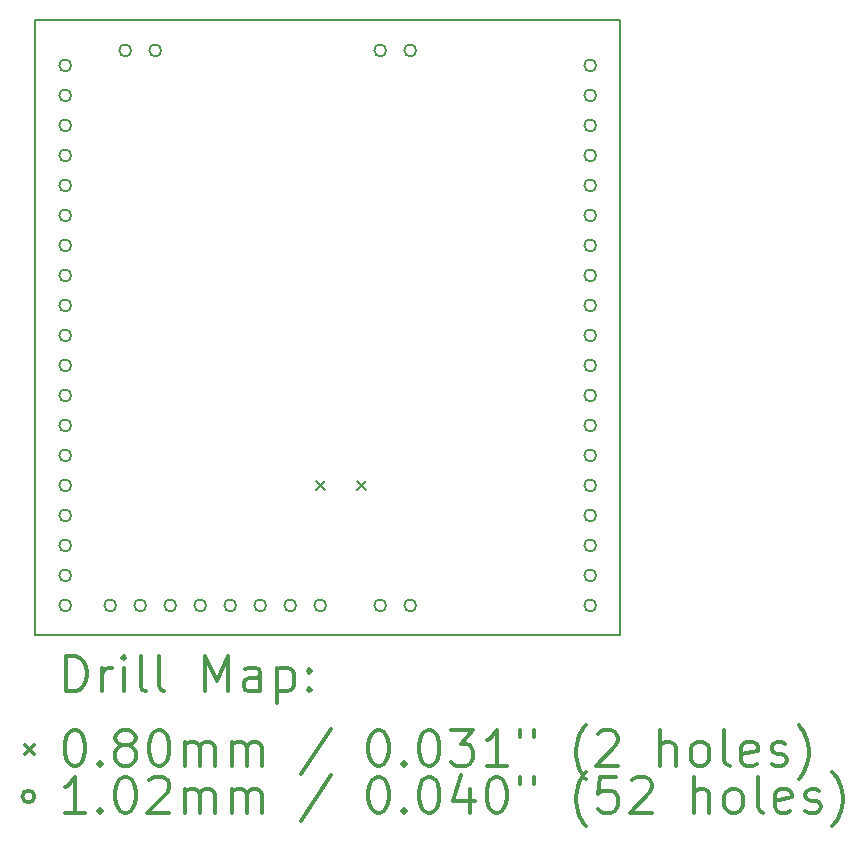
<source format=gbr>
%FSLAX45Y45*%
G04 Gerber Fmt 4.5, Leading zero omitted, Abs format (unit mm)*
G04 Created by KiCad (PCBNEW 4.0.3+e1-6302~38~ubuntu16.04.1-stable) date Fri Aug 26 17:17:48 2016*
%MOMM*%
%LPD*%
G01*
G04 APERTURE LIST*
%ADD10C,0.127000*%
%ADD11C,0.150000*%
%ADD12C,0.200000*%
%ADD13C,0.300000*%
G04 APERTURE END LIST*
D10*
D11*
X10795000Y-8509000D02*
X5842000Y-8509000D01*
X10795000Y-13716000D02*
X10795000Y-8509000D01*
X5842000Y-13716000D02*
X10795000Y-13716000D01*
X5842000Y-8509000D02*
X5842000Y-13716000D01*
D12*
X8215000Y-12406000D02*
X8295000Y-12486000D01*
X8295000Y-12406000D02*
X8215000Y-12486000D01*
X8565000Y-12406000D02*
X8645000Y-12486000D01*
X8645000Y-12406000D02*
X8565000Y-12486000D01*
X6146800Y-8890000D02*
G75*
G03X6146800Y-8890000I-50800J0D01*
G01*
X6146800Y-9144000D02*
G75*
G03X6146800Y-9144000I-50800J0D01*
G01*
X6146800Y-9398000D02*
G75*
G03X6146800Y-9398000I-50800J0D01*
G01*
X6146800Y-9652000D02*
G75*
G03X6146800Y-9652000I-50800J0D01*
G01*
X6146800Y-9906000D02*
G75*
G03X6146800Y-9906000I-50800J0D01*
G01*
X6146800Y-10160000D02*
G75*
G03X6146800Y-10160000I-50800J0D01*
G01*
X6146800Y-10414000D02*
G75*
G03X6146800Y-10414000I-50800J0D01*
G01*
X6146800Y-10668000D02*
G75*
G03X6146800Y-10668000I-50800J0D01*
G01*
X6146800Y-10922000D02*
G75*
G03X6146800Y-10922000I-50800J0D01*
G01*
X6146800Y-11176000D02*
G75*
G03X6146800Y-11176000I-50800J0D01*
G01*
X6146800Y-11430000D02*
G75*
G03X6146800Y-11430000I-50800J0D01*
G01*
X6146800Y-11684000D02*
G75*
G03X6146800Y-11684000I-50800J0D01*
G01*
X6146800Y-11938000D02*
G75*
G03X6146800Y-11938000I-50800J0D01*
G01*
X6146800Y-12192000D02*
G75*
G03X6146800Y-12192000I-50800J0D01*
G01*
X6146800Y-12446000D02*
G75*
G03X6146800Y-12446000I-50800J0D01*
G01*
X6146800Y-12700000D02*
G75*
G03X6146800Y-12700000I-50800J0D01*
G01*
X6146800Y-12954000D02*
G75*
G03X6146800Y-12954000I-50800J0D01*
G01*
X6146800Y-13208000D02*
G75*
G03X6146800Y-13208000I-50800J0D01*
G01*
X6146800Y-13462000D02*
G75*
G03X6146800Y-13462000I-50800J0D01*
G01*
X6527800Y-13462000D02*
G75*
G03X6527800Y-13462000I-50800J0D01*
G01*
X6654800Y-8763000D02*
G75*
G03X6654800Y-8763000I-50800J0D01*
G01*
X6781800Y-13462000D02*
G75*
G03X6781800Y-13462000I-50800J0D01*
G01*
X6908800Y-8763000D02*
G75*
G03X6908800Y-8763000I-50800J0D01*
G01*
X7035800Y-13462000D02*
G75*
G03X7035800Y-13462000I-50800J0D01*
G01*
X7289800Y-13462000D02*
G75*
G03X7289800Y-13462000I-50800J0D01*
G01*
X7543800Y-13462000D02*
G75*
G03X7543800Y-13462000I-50800J0D01*
G01*
X7797800Y-13462000D02*
G75*
G03X7797800Y-13462000I-50800J0D01*
G01*
X8051800Y-13462000D02*
G75*
G03X8051800Y-13462000I-50800J0D01*
G01*
X8305800Y-13462000D02*
G75*
G03X8305800Y-13462000I-50800J0D01*
G01*
X8813800Y-8763000D02*
G75*
G03X8813800Y-8763000I-50800J0D01*
G01*
X8813800Y-13462000D02*
G75*
G03X8813800Y-13462000I-50800J0D01*
G01*
X9067800Y-8763000D02*
G75*
G03X9067800Y-8763000I-50800J0D01*
G01*
X9067800Y-13462000D02*
G75*
G03X9067800Y-13462000I-50800J0D01*
G01*
X10591800Y-8890000D02*
G75*
G03X10591800Y-8890000I-50800J0D01*
G01*
X10591800Y-9144000D02*
G75*
G03X10591800Y-9144000I-50800J0D01*
G01*
X10591800Y-9398000D02*
G75*
G03X10591800Y-9398000I-50800J0D01*
G01*
X10591800Y-9652000D02*
G75*
G03X10591800Y-9652000I-50800J0D01*
G01*
X10591800Y-9906000D02*
G75*
G03X10591800Y-9906000I-50800J0D01*
G01*
X10591800Y-10160000D02*
G75*
G03X10591800Y-10160000I-50800J0D01*
G01*
X10591800Y-10414000D02*
G75*
G03X10591800Y-10414000I-50800J0D01*
G01*
X10591800Y-10668000D02*
G75*
G03X10591800Y-10668000I-50800J0D01*
G01*
X10591800Y-10922000D02*
G75*
G03X10591800Y-10922000I-50800J0D01*
G01*
X10591800Y-11176000D02*
G75*
G03X10591800Y-11176000I-50800J0D01*
G01*
X10591800Y-11430000D02*
G75*
G03X10591800Y-11430000I-50800J0D01*
G01*
X10591800Y-11684000D02*
G75*
G03X10591800Y-11684000I-50800J0D01*
G01*
X10591800Y-11938000D02*
G75*
G03X10591800Y-11938000I-50800J0D01*
G01*
X10591800Y-12192000D02*
G75*
G03X10591800Y-12192000I-50800J0D01*
G01*
X10591800Y-12446000D02*
G75*
G03X10591800Y-12446000I-50800J0D01*
G01*
X10591800Y-12700000D02*
G75*
G03X10591800Y-12700000I-50800J0D01*
G01*
X10591800Y-12954000D02*
G75*
G03X10591800Y-12954000I-50800J0D01*
G01*
X10591800Y-13208000D02*
G75*
G03X10591800Y-13208000I-50800J0D01*
G01*
X10591800Y-13462000D02*
G75*
G03X10591800Y-13462000I-50800J0D01*
G01*
D13*
X6105928Y-14189214D02*
X6105928Y-13889214D01*
X6177357Y-13889214D01*
X6220214Y-13903500D01*
X6248786Y-13932071D01*
X6263071Y-13960643D01*
X6277357Y-14017786D01*
X6277357Y-14060643D01*
X6263071Y-14117786D01*
X6248786Y-14146357D01*
X6220214Y-14174929D01*
X6177357Y-14189214D01*
X6105928Y-14189214D01*
X6405928Y-14189214D02*
X6405928Y-13989214D01*
X6405928Y-14046357D02*
X6420214Y-14017786D01*
X6434500Y-14003500D01*
X6463071Y-13989214D01*
X6491643Y-13989214D01*
X6591643Y-14189214D02*
X6591643Y-13989214D01*
X6591643Y-13889214D02*
X6577357Y-13903500D01*
X6591643Y-13917786D01*
X6605928Y-13903500D01*
X6591643Y-13889214D01*
X6591643Y-13917786D01*
X6777357Y-14189214D02*
X6748786Y-14174929D01*
X6734500Y-14146357D01*
X6734500Y-13889214D01*
X6934500Y-14189214D02*
X6905928Y-14174929D01*
X6891643Y-14146357D01*
X6891643Y-13889214D01*
X7277357Y-14189214D02*
X7277357Y-13889214D01*
X7377357Y-14103500D01*
X7477357Y-13889214D01*
X7477357Y-14189214D01*
X7748786Y-14189214D02*
X7748786Y-14032071D01*
X7734500Y-14003500D01*
X7705928Y-13989214D01*
X7648786Y-13989214D01*
X7620214Y-14003500D01*
X7748786Y-14174929D02*
X7720214Y-14189214D01*
X7648786Y-14189214D01*
X7620214Y-14174929D01*
X7605928Y-14146357D01*
X7605928Y-14117786D01*
X7620214Y-14089214D01*
X7648786Y-14074929D01*
X7720214Y-14074929D01*
X7748786Y-14060643D01*
X7891643Y-13989214D02*
X7891643Y-14289214D01*
X7891643Y-14003500D02*
X7920214Y-13989214D01*
X7977357Y-13989214D01*
X8005928Y-14003500D01*
X8020214Y-14017786D01*
X8034500Y-14046357D01*
X8034500Y-14132071D01*
X8020214Y-14160643D01*
X8005928Y-14174929D01*
X7977357Y-14189214D01*
X7920214Y-14189214D01*
X7891643Y-14174929D01*
X8163071Y-14160643D02*
X8177357Y-14174929D01*
X8163071Y-14189214D01*
X8148786Y-14174929D01*
X8163071Y-14160643D01*
X8163071Y-14189214D01*
X8163071Y-14003500D02*
X8177357Y-14017786D01*
X8163071Y-14032071D01*
X8148786Y-14017786D01*
X8163071Y-14003500D01*
X8163071Y-14032071D01*
X5754500Y-14643500D02*
X5834500Y-14723500D01*
X5834500Y-14643500D02*
X5754500Y-14723500D01*
X6163071Y-14519214D02*
X6191643Y-14519214D01*
X6220214Y-14533500D01*
X6234500Y-14547786D01*
X6248786Y-14576357D01*
X6263071Y-14633500D01*
X6263071Y-14704929D01*
X6248786Y-14762071D01*
X6234500Y-14790643D01*
X6220214Y-14804929D01*
X6191643Y-14819214D01*
X6163071Y-14819214D01*
X6134500Y-14804929D01*
X6120214Y-14790643D01*
X6105928Y-14762071D01*
X6091643Y-14704929D01*
X6091643Y-14633500D01*
X6105928Y-14576357D01*
X6120214Y-14547786D01*
X6134500Y-14533500D01*
X6163071Y-14519214D01*
X6391643Y-14790643D02*
X6405928Y-14804929D01*
X6391643Y-14819214D01*
X6377357Y-14804929D01*
X6391643Y-14790643D01*
X6391643Y-14819214D01*
X6577357Y-14647786D02*
X6548786Y-14633500D01*
X6534500Y-14619214D01*
X6520214Y-14590643D01*
X6520214Y-14576357D01*
X6534500Y-14547786D01*
X6548786Y-14533500D01*
X6577357Y-14519214D01*
X6634500Y-14519214D01*
X6663071Y-14533500D01*
X6677357Y-14547786D01*
X6691643Y-14576357D01*
X6691643Y-14590643D01*
X6677357Y-14619214D01*
X6663071Y-14633500D01*
X6634500Y-14647786D01*
X6577357Y-14647786D01*
X6548786Y-14662071D01*
X6534500Y-14676357D01*
X6520214Y-14704929D01*
X6520214Y-14762071D01*
X6534500Y-14790643D01*
X6548786Y-14804929D01*
X6577357Y-14819214D01*
X6634500Y-14819214D01*
X6663071Y-14804929D01*
X6677357Y-14790643D01*
X6691643Y-14762071D01*
X6691643Y-14704929D01*
X6677357Y-14676357D01*
X6663071Y-14662071D01*
X6634500Y-14647786D01*
X6877357Y-14519214D02*
X6905928Y-14519214D01*
X6934500Y-14533500D01*
X6948786Y-14547786D01*
X6963071Y-14576357D01*
X6977357Y-14633500D01*
X6977357Y-14704929D01*
X6963071Y-14762071D01*
X6948786Y-14790643D01*
X6934500Y-14804929D01*
X6905928Y-14819214D01*
X6877357Y-14819214D01*
X6848786Y-14804929D01*
X6834500Y-14790643D01*
X6820214Y-14762071D01*
X6805928Y-14704929D01*
X6805928Y-14633500D01*
X6820214Y-14576357D01*
X6834500Y-14547786D01*
X6848786Y-14533500D01*
X6877357Y-14519214D01*
X7105928Y-14819214D02*
X7105928Y-14619214D01*
X7105928Y-14647786D02*
X7120214Y-14633500D01*
X7148786Y-14619214D01*
X7191643Y-14619214D01*
X7220214Y-14633500D01*
X7234500Y-14662071D01*
X7234500Y-14819214D01*
X7234500Y-14662071D02*
X7248786Y-14633500D01*
X7277357Y-14619214D01*
X7320214Y-14619214D01*
X7348786Y-14633500D01*
X7363071Y-14662071D01*
X7363071Y-14819214D01*
X7505928Y-14819214D02*
X7505928Y-14619214D01*
X7505928Y-14647786D02*
X7520214Y-14633500D01*
X7548786Y-14619214D01*
X7591643Y-14619214D01*
X7620214Y-14633500D01*
X7634500Y-14662071D01*
X7634500Y-14819214D01*
X7634500Y-14662071D02*
X7648786Y-14633500D01*
X7677357Y-14619214D01*
X7720214Y-14619214D01*
X7748786Y-14633500D01*
X7763071Y-14662071D01*
X7763071Y-14819214D01*
X8348786Y-14504929D02*
X8091643Y-14890643D01*
X8734500Y-14519214D02*
X8763071Y-14519214D01*
X8791643Y-14533500D01*
X8805928Y-14547786D01*
X8820214Y-14576357D01*
X8834500Y-14633500D01*
X8834500Y-14704929D01*
X8820214Y-14762071D01*
X8805928Y-14790643D01*
X8791643Y-14804929D01*
X8763071Y-14819214D01*
X8734500Y-14819214D01*
X8705928Y-14804929D01*
X8691643Y-14790643D01*
X8677357Y-14762071D01*
X8663071Y-14704929D01*
X8663071Y-14633500D01*
X8677357Y-14576357D01*
X8691643Y-14547786D01*
X8705928Y-14533500D01*
X8734500Y-14519214D01*
X8963071Y-14790643D02*
X8977357Y-14804929D01*
X8963071Y-14819214D01*
X8948786Y-14804929D01*
X8963071Y-14790643D01*
X8963071Y-14819214D01*
X9163071Y-14519214D02*
X9191643Y-14519214D01*
X9220214Y-14533500D01*
X9234500Y-14547786D01*
X9248786Y-14576357D01*
X9263071Y-14633500D01*
X9263071Y-14704929D01*
X9248786Y-14762071D01*
X9234500Y-14790643D01*
X9220214Y-14804929D01*
X9191643Y-14819214D01*
X9163071Y-14819214D01*
X9134500Y-14804929D01*
X9120214Y-14790643D01*
X9105928Y-14762071D01*
X9091643Y-14704929D01*
X9091643Y-14633500D01*
X9105928Y-14576357D01*
X9120214Y-14547786D01*
X9134500Y-14533500D01*
X9163071Y-14519214D01*
X9363071Y-14519214D02*
X9548786Y-14519214D01*
X9448786Y-14633500D01*
X9491643Y-14633500D01*
X9520214Y-14647786D01*
X9534500Y-14662071D01*
X9548786Y-14690643D01*
X9548786Y-14762071D01*
X9534500Y-14790643D01*
X9520214Y-14804929D01*
X9491643Y-14819214D01*
X9405928Y-14819214D01*
X9377357Y-14804929D01*
X9363071Y-14790643D01*
X9834500Y-14819214D02*
X9663071Y-14819214D01*
X9748786Y-14819214D02*
X9748786Y-14519214D01*
X9720214Y-14562071D01*
X9691643Y-14590643D01*
X9663071Y-14604929D01*
X9948786Y-14519214D02*
X9948786Y-14576357D01*
X10063071Y-14519214D02*
X10063071Y-14576357D01*
X10505928Y-14933500D02*
X10491643Y-14919214D01*
X10463071Y-14876357D01*
X10448786Y-14847786D01*
X10434500Y-14804929D01*
X10420214Y-14733500D01*
X10420214Y-14676357D01*
X10434500Y-14604929D01*
X10448786Y-14562071D01*
X10463071Y-14533500D01*
X10491643Y-14490643D01*
X10505928Y-14476357D01*
X10605928Y-14547786D02*
X10620214Y-14533500D01*
X10648786Y-14519214D01*
X10720214Y-14519214D01*
X10748786Y-14533500D01*
X10763071Y-14547786D01*
X10777357Y-14576357D01*
X10777357Y-14604929D01*
X10763071Y-14647786D01*
X10591643Y-14819214D01*
X10777357Y-14819214D01*
X11134500Y-14819214D02*
X11134500Y-14519214D01*
X11263071Y-14819214D02*
X11263071Y-14662071D01*
X11248785Y-14633500D01*
X11220214Y-14619214D01*
X11177357Y-14619214D01*
X11148786Y-14633500D01*
X11134500Y-14647786D01*
X11448785Y-14819214D02*
X11420214Y-14804929D01*
X11405928Y-14790643D01*
X11391643Y-14762071D01*
X11391643Y-14676357D01*
X11405928Y-14647786D01*
X11420214Y-14633500D01*
X11448785Y-14619214D01*
X11491643Y-14619214D01*
X11520214Y-14633500D01*
X11534500Y-14647786D01*
X11548785Y-14676357D01*
X11548785Y-14762071D01*
X11534500Y-14790643D01*
X11520214Y-14804929D01*
X11491643Y-14819214D01*
X11448785Y-14819214D01*
X11720214Y-14819214D02*
X11691643Y-14804929D01*
X11677357Y-14776357D01*
X11677357Y-14519214D01*
X11948786Y-14804929D02*
X11920214Y-14819214D01*
X11863071Y-14819214D01*
X11834500Y-14804929D01*
X11820214Y-14776357D01*
X11820214Y-14662071D01*
X11834500Y-14633500D01*
X11863071Y-14619214D01*
X11920214Y-14619214D01*
X11948786Y-14633500D01*
X11963071Y-14662071D01*
X11963071Y-14690643D01*
X11820214Y-14719214D01*
X12077357Y-14804929D02*
X12105928Y-14819214D01*
X12163071Y-14819214D01*
X12191643Y-14804929D01*
X12205928Y-14776357D01*
X12205928Y-14762071D01*
X12191643Y-14733500D01*
X12163071Y-14719214D01*
X12120214Y-14719214D01*
X12091643Y-14704929D01*
X12077357Y-14676357D01*
X12077357Y-14662071D01*
X12091643Y-14633500D01*
X12120214Y-14619214D01*
X12163071Y-14619214D01*
X12191643Y-14633500D01*
X12305928Y-14933500D02*
X12320214Y-14919214D01*
X12348786Y-14876357D01*
X12363071Y-14847786D01*
X12377357Y-14804929D01*
X12391643Y-14733500D01*
X12391643Y-14676357D01*
X12377357Y-14604929D01*
X12363071Y-14562071D01*
X12348786Y-14533500D01*
X12320214Y-14490643D01*
X12305928Y-14476357D01*
X5834500Y-15079500D02*
G75*
G03X5834500Y-15079500I-50800J0D01*
G01*
X6263071Y-15215214D02*
X6091643Y-15215214D01*
X6177357Y-15215214D02*
X6177357Y-14915214D01*
X6148786Y-14958071D01*
X6120214Y-14986643D01*
X6091643Y-15000929D01*
X6391643Y-15186643D02*
X6405928Y-15200929D01*
X6391643Y-15215214D01*
X6377357Y-15200929D01*
X6391643Y-15186643D01*
X6391643Y-15215214D01*
X6591643Y-14915214D02*
X6620214Y-14915214D01*
X6648786Y-14929500D01*
X6663071Y-14943786D01*
X6677357Y-14972357D01*
X6691643Y-15029500D01*
X6691643Y-15100929D01*
X6677357Y-15158071D01*
X6663071Y-15186643D01*
X6648786Y-15200929D01*
X6620214Y-15215214D01*
X6591643Y-15215214D01*
X6563071Y-15200929D01*
X6548786Y-15186643D01*
X6534500Y-15158071D01*
X6520214Y-15100929D01*
X6520214Y-15029500D01*
X6534500Y-14972357D01*
X6548786Y-14943786D01*
X6563071Y-14929500D01*
X6591643Y-14915214D01*
X6805928Y-14943786D02*
X6820214Y-14929500D01*
X6848786Y-14915214D01*
X6920214Y-14915214D01*
X6948786Y-14929500D01*
X6963071Y-14943786D01*
X6977357Y-14972357D01*
X6977357Y-15000929D01*
X6963071Y-15043786D01*
X6791643Y-15215214D01*
X6977357Y-15215214D01*
X7105928Y-15215214D02*
X7105928Y-15015214D01*
X7105928Y-15043786D02*
X7120214Y-15029500D01*
X7148786Y-15015214D01*
X7191643Y-15015214D01*
X7220214Y-15029500D01*
X7234500Y-15058071D01*
X7234500Y-15215214D01*
X7234500Y-15058071D02*
X7248786Y-15029500D01*
X7277357Y-15015214D01*
X7320214Y-15015214D01*
X7348786Y-15029500D01*
X7363071Y-15058071D01*
X7363071Y-15215214D01*
X7505928Y-15215214D02*
X7505928Y-15015214D01*
X7505928Y-15043786D02*
X7520214Y-15029500D01*
X7548786Y-15015214D01*
X7591643Y-15015214D01*
X7620214Y-15029500D01*
X7634500Y-15058071D01*
X7634500Y-15215214D01*
X7634500Y-15058071D02*
X7648786Y-15029500D01*
X7677357Y-15015214D01*
X7720214Y-15015214D01*
X7748786Y-15029500D01*
X7763071Y-15058071D01*
X7763071Y-15215214D01*
X8348786Y-14900929D02*
X8091643Y-15286643D01*
X8734500Y-14915214D02*
X8763071Y-14915214D01*
X8791643Y-14929500D01*
X8805928Y-14943786D01*
X8820214Y-14972357D01*
X8834500Y-15029500D01*
X8834500Y-15100929D01*
X8820214Y-15158071D01*
X8805928Y-15186643D01*
X8791643Y-15200929D01*
X8763071Y-15215214D01*
X8734500Y-15215214D01*
X8705928Y-15200929D01*
X8691643Y-15186643D01*
X8677357Y-15158071D01*
X8663071Y-15100929D01*
X8663071Y-15029500D01*
X8677357Y-14972357D01*
X8691643Y-14943786D01*
X8705928Y-14929500D01*
X8734500Y-14915214D01*
X8963071Y-15186643D02*
X8977357Y-15200929D01*
X8963071Y-15215214D01*
X8948786Y-15200929D01*
X8963071Y-15186643D01*
X8963071Y-15215214D01*
X9163071Y-14915214D02*
X9191643Y-14915214D01*
X9220214Y-14929500D01*
X9234500Y-14943786D01*
X9248786Y-14972357D01*
X9263071Y-15029500D01*
X9263071Y-15100929D01*
X9248786Y-15158071D01*
X9234500Y-15186643D01*
X9220214Y-15200929D01*
X9191643Y-15215214D01*
X9163071Y-15215214D01*
X9134500Y-15200929D01*
X9120214Y-15186643D01*
X9105928Y-15158071D01*
X9091643Y-15100929D01*
X9091643Y-15029500D01*
X9105928Y-14972357D01*
X9120214Y-14943786D01*
X9134500Y-14929500D01*
X9163071Y-14915214D01*
X9520214Y-15015214D02*
X9520214Y-15215214D01*
X9448786Y-14900929D02*
X9377357Y-15115214D01*
X9563071Y-15115214D01*
X9734500Y-14915214D02*
X9763071Y-14915214D01*
X9791643Y-14929500D01*
X9805928Y-14943786D01*
X9820214Y-14972357D01*
X9834500Y-15029500D01*
X9834500Y-15100929D01*
X9820214Y-15158071D01*
X9805928Y-15186643D01*
X9791643Y-15200929D01*
X9763071Y-15215214D01*
X9734500Y-15215214D01*
X9705928Y-15200929D01*
X9691643Y-15186643D01*
X9677357Y-15158071D01*
X9663071Y-15100929D01*
X9663071Y-15029500D01*
X9677357Y-14972357D01*
X9691643Y-14943786D01*
X9705928Y-14929500D01*
X9734500Y-14915214D01*
X9948786Y-14915214D02*
X9948786Y-14972357D01*
X10063071Y-14915214D02*
X10063071Y-14972357D01*
X10505928Y-15329500D02*
X10491643Y-15315214D01*
X10463071Y-15272357D01*
X10448786Y-15243786D01*
X10434500Y-15200929D01*
X10420214Y-15129500D01*
X10420214Y-15072357D01*
X10434500Y-15000929D01*
X10448786Y-14958071D01*
X10463071Y-14929500D01*
X10491643Y-14886643D01*
X10505928Y-14872357D01*
X10763071Y-14915214D02*
X10620214Y-14915214D01*
X10605928Y-15058071D01*
X10620214Y-15043786D01*
X10648786Y-15029500D01*
X10720214Y-15029500D01*
X10748786Y-15043786D01*
X10763071Y-15058071D01*
X10777357Y-15086643D01*
X10777357Y-15158071D01*
X10763071Y-15186643D01*
X10748786Y-15200929D01*
X10720214Y-15215214D01*
X10648786Y-15215214D01*
X10620214Y-15200929D01*
X10605928Y-15186643D01*
X10891643Y-14943786D02*
X10905928Y-14929500D01*
X10934500Y-14915214D01*
X11005928Y-14915214D01*
X11034500Y-14929500D01*
X11048786Y-14943786D01*
X11063071Y-14972357D01*
X11063071Y-15000929D01*
X11048786Y-15043786D01*
X10877357Y-15215214D01*
X11063071Y-15215214D01*
X11420214Y-15215214D02*
X11420214Y-14915214D01*
X11548785Y-15215214D02*
X11548785Y-15058071D01*
X11534500Y-15029500D01*
X11505928Y-15015214D01*
X11463071Y-15015214D01*
X11434500Y-15029500D01*
X11420214Y-15043786D01*
X11734500Y-15215214D02*
X11705928Y-15200929D01*
X11691643Y-15186643D01*
X11677357Y-15158071D01*
X11677357Y-15072357D01*
X11691643Y-15043786D01*
X11705928Y-15029500D01*
X11734500Y-15015214D01*
X11777357Y-15015214D01*
X11805928Y-15029500D01*
X11820214Y-15043786D01*
X11834500Y-15072357D01*
X11834500Y-15158071D01*
X11820214Y-15186643D01*
X11805928Y-15200929D01*
X11777357Y-15215214D01*
X11734500Y-15215214D01*
X12005928Y-15215214D02*
X11977357Y-15200929D01*
X11963071Y-15172357D01*
X11963071Y-14915214D01*
X12234500Y-15200929D02*
X12205928Y-15215214D01*
X12148786Y-15215214D01*
X12120214Y-15200929D01*
X12105928Y-15172357D01*
X12105928Y-15058071D01*
X12120214Y-15029500D01*
X12148786Y-15015214D01*
X12205928Y-15015214D01*
X12234500Y-15029500D01*
X12248786Y-15058071D01*
X12248786Y-15086643D01*
X12105928Y-15115214D01*
X12363071Y-15200929D02*
X12391643Y-15215214D01*
X12448786Y-15215214D01*
X12477357Y-15200929D01*
X12491643Y-15172357D01*
X12491643Y-15158071D01*
X12477357Y-15129500D01*
X12448786Y-15115214D01*
X12405928Y-15115214D01*
X12377357Y-15100929D01*
X12363071Y-15072357D01*
X12363071Y-15058071D01*
X12377357Y-15029500D01*
X12405928Y-15015214D01*
X12448786Y-15015214D01*
X12477357Y-15029500D01*
X12591643Y-15329500D02*
X12605928Y-15315214D01*
X12634500Y-15272357D01*
X12648786Y-15243786D01*
X12663071Y-15200929D01*
X12677357Y-15129500D01*
X12677357Y-15072357D01*
X12663071Y-15000929D01*
X12648786Y-14958071D01*
X12634500Y-14929500D01*
X12605928Y-14886643D01*
X12591643Y-14872357D01*
M02*

</source>
